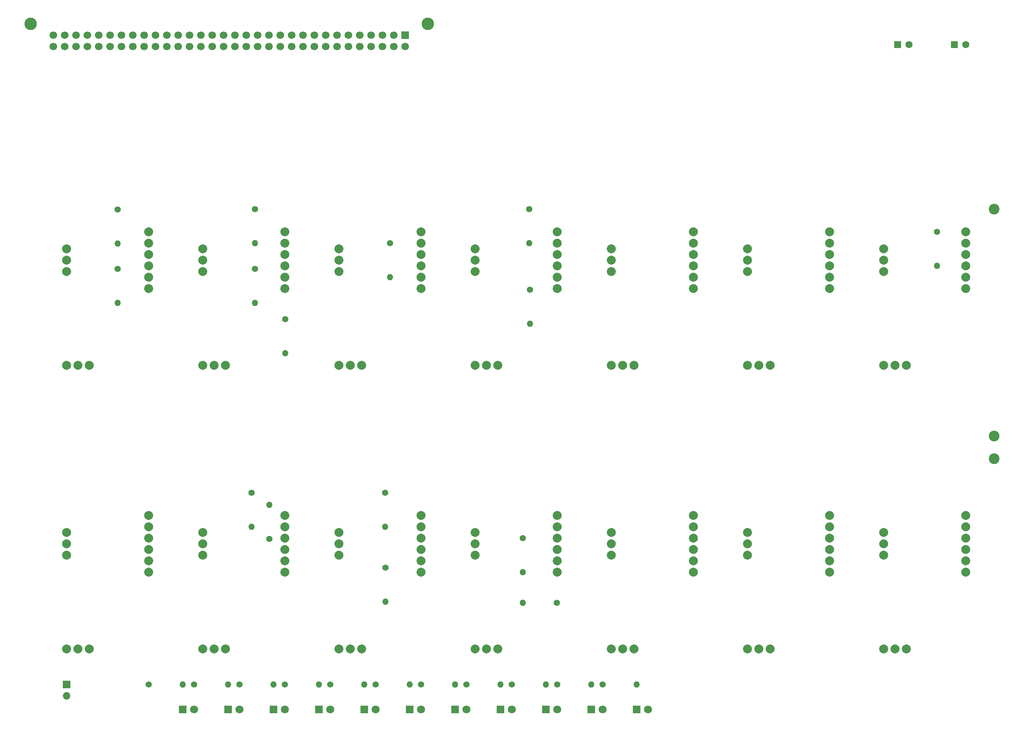
<source format=gbr>
G04 #@! TF.GenerationSoftware,KiCad,Pcbnew,(5.0.0)*
G04 #@! TF.CreationDate,2019-03-30T18:13:55+00:00*
G04 #@! TF.ProjectId,A-FA,412D46412E6B696361645F7063620000,rev?*
G04 #@! TF.SameCoordinates,Original*
G04 #@! TF.FileFunction,Soldermask,Top*
G04 #@! TF.FilePolarity,Negative*
%FSLAX46Y46*%
G04 Gerber Fmt 4.6, Leading zero omitted, Abs format (unit mm)*
G04 Created by KiCad (PCBNEW (5.0.0)) date 03/30/19 18:13:55*
%MOMM*%
%LPD*%
G01*
G04 APERTURE LIST*
%ADD10C,2.000000*%
%ADD11C,1.400000*%
%ADD12O,1.400000X1.400000*%
%ADD13C,1.600000*%
%ADD14R,1.600000X1.600000*%
%ADD15C,2.800000*%
%ADD16C,1.700000*%
%ADD17R,1.700000X1.700000*%
%ADD18C,1.800000*%
%ADD19R,1.800000X1.800000*%
%ADD20O,1.700000X1.700000*%
%ADD21C,2.400000*%
G04 APERTURE END LIST*
D10*
G04 #@! TO.C,U8*
X225425000Y-78740000D03*
X225425000Y-81280000D03*
X225425000Y-83820000D03*
X243840000Y-74930000D03*
X243840000Y-77470000D03*
X243840000Y-80010000D03*
X243840000Y-82550000D03*
X243840000Y-85090000D03*
X243840000Y-87630000D03*
X230505000Y-104775000D03*
X227965000Y-104775000D03*
X225425000Y-104775000D03*
G04 #@! TD*
G04 #@! TO.C,U1*
X225425000Y-142240000D03*
X225425000Y-144780000D03*
X225425000Y-147320000D03*
X243840000Y-138430000D03*
X243840000Y-140970000D03*
X243840000Y-143510000D03*
X243840000Y-146050000D03*
X243840000Y-148590000D03*
X243840000Y-151130000D03*
X230505000Y-168275000D03*
X227965000Y-168275000D03*
X225425000Y-168275000D03*
G04 #@! TD*
G04 #@! TO.C,U12*
X103505000Y-78740000D03*
X103505000Y-81280000D03*
X103505000Y-83820000D03*
X121920000Y-74930000D03*
X121920000Y-77470000D03*
X121920000Y-80010000D03*
X121920000Y-82550000D03*
X121920000Y-85090000D03*
X121920000Y-87630000D03*
X108585000Y-104775000D03*
X106045000Y-104775000D03*
X103505000Y-104775000D03*
G04 #@! TD*
G04 #@! TO.C,U11*
X133985000Y-78740000D03*
X133985000Y-81280000D03*
X133985000Y-83820000D03*
X152400000Y-74930000D03*
X152400000Y-77470000D03*
X152400000Y-80010000D03*
X152400000Y-82550000D03*
X152400000Y-85090000D03*
X152400000Y-87630000D03*
X139065000Y-104775000D03*
X136525000Y-104775000D03*
X133985000Y-104775000D03*
G04 #@! TD*
G04 #@! TO.C,U14*
X42545000Y-78740000D03*
X42545000Y-81280000D03*
X42545000Y-83820000D03*
X60960000Y-74930000D03*
X60960000Y-77470000D03*
X60960000Y-80010000D03*
X60960000Y-82550000D03*
X60960000Y-85090000D03*
X60960000Y-87630000D03*
X47625000Y-104775000D03*
X45085000Y-104775000D03*
X42545000Y-104775000D03*
G04 #@! TD*
G04 #@! TO.C,U13*
X73025000Y-78740000D03*
X73025000Y-81280000D03*
X73025000Y-83820000D03*
X91440000Y-74930000D03*
X91440000Y-77470000D03*
X91440000Y-80010000D03*
X91440000Y-82550000D03*
X91440000Y-85090000D03*
X91440000Y-87630000D03*
X78105000Y-104775000D03*
X75565000Y-104775000D03*
X73025000Y-104775000D03*
G04 #@! TD*
D11*
G04 #@! TO.C,R3*
X237426000Y-74866500D03*
D12*
X237426000Y-82486500D03*
G04 #@! TD*
D11*
G04 #@! TO.C,R4*
X146114000Y-69850000D03*
D12*
X146114000Y-77470000D03*
G04 #@! TD*
D11*
G04 #@! TO.C,R5*
X84010500Y-133350000D03*
D12*
X84010500Y-140970000D03*
G04 #@! TD*
D11*
G04 #@! TO.C,R6*
X113856000Y-133350000D03*
D12*
X113856000Y-140970000D03*
G04 #@! TD*
D11*
G04 #@! TO.C,R7*
X84772500Y-69786500D03*
D12*
X84772500Y-77406500D03*
G04 #@! TD*
D11*
G04 #@! TO.C,R8*
X53975000Y-69913500D03*
D12*
X53975000Y-77533500D03*
G04 #@! TD*
D11*
G04 #@! TO.C,R9*
X114998000Y-77470000D03*
D12*
X114998000Y-85090000D03*
G04 #@! TD*
D11*
G04 #@! TO.C,R10*
X146304000Y-87820500D03*
D12*
X146304000Y-95440500D03*
G04 #@! TD*
D11*
G04 #@! TO.C,R11*
X152273000Y-157924000D03*
D12*
X144653000Y-157924000D03*
G04 #@! TD*
D11*
G04 #@! TO.C,R12*
X113919000Y-150050000D03*
D12*
X113919000Y-157670000D03*
G04 #@! TD*
D11*
G04 #@! TO.C,R13*
X84772500Y-83185000D03*
D12*
X84772500Y-90805000D03*
G04 #@! TD*
D11*
G04 #@! TO.C,R14*
X144716000Y-143510000D03*
D12*
X144716000Y-151130000D03*
G04 #@! TD*
D11*
G04 #@! TO.C,R15*
X87947500Y-143637000D03*
D12*
X87947500Y-136017000D03*
G04 #@! TD*
D11*
G04 #@! TO.C,R16*
X53975000Y-83185000D03*
D12*
X53975000Y-90805000D03*
G04 #@! TD*
D11*
G04 #@! TO.C,R17*
X91503500Y-94488000D03*
D12*
X91503500Y-102108000D03*
G04 #@! TD*
D10*
G04 #@! TO.C,U2*
X194945000Y-142240000D03*
X194945000Y-144780000D03*
X194945000Y-147320000D03*
X213360000Y-138430000D03*
X213360000Y-140970000D03*
X213360000Y-143510000D03*
X213360000Y-146050000D03*
X213360000Y-148590000D03*
X213360000Y-151130000D03*
X200025000Y-168275000D03*
X197485000Y-168275000D03*
X194945000Y-168275000D03*
G04 #@! TD*
G04 #@! TO.C,U3*
X164465000Y-142240000D03*
X164465000Y-144780000D03*
X164465000Y-147320000D03*
X182880000Y-138430000D03*
X182880000Y-140970000D03*
X182880000Y-143510000D03*
X182880000Y-146050000D03*
X182880000Y-148590000D03*
X182880000Y-151130000D03*
X169545000Y-168275000D03*
X167005000Y-168275000D03*
X164465000Y-168275000D03*
G04 #@! TD*
G04 #@! TO.C,U4*
X133985000Y-142240000D03*
X133985000Y-144780000D03*
X133985000Y-147320000D03*
X152400000Y-138430000D03*
X152400000Y-140970000D03*
X152400000Y-143510000D03*
X152400000Y-146050000D03*
X152400000Y-148590000D03*
X152400000Y-151130000D03*
X139065000Y-168275000D03*
X136525000Y-168275000D03*
X133985000Y-168275000D03*
G04 #@! TD*
G04 #@! TO.C,U5*
X103505000Y-142240000D03*
X103505000Y-144780000D03*
X103505000Y-147320000D03*
X121920000Y-138430000D03*
X121920000Y-140970000D03*
X121920000Y-143510000D03*
X121920000Y-146050000D03*
X121920000Y-148590000D03*
X121920000Y-151130000D03*
X108585000Y-168275000D03*
X106045000Y-168275000D03*
X103505000Y-168275000D03*
G04 #@! TD*
G04 #@! TO.C,U6*
X73025000Y-142240000D03*
X73025000Y-144780000D03*
X73025000Y-147320000D03*
X91440000Y-138430000D03*
X91440000Y-140970000D03*
X91440000Y-143510000D03*
X91440000Y-146050000D03*
X91440000Y-148590000D03*
X91440000Y-151130000D03*
X78105000Y-168275000D03*
X75565000Y-168275000D03*
X73025000Y-168275000D03*
G04 #@! TD*
G04 #@! TO.C,U7*
X42545000Y-142240000D03*
X42545000Y-144780000D03*
X42545000Y-147320000D03*
X60960000Y-138430000D03*
X60960000Y-140970000D03*
X60960000Y-143510000D03*
X60960000Y-146050000D03*
X60960000Y-148590000D03*
X60960000Y-151130000D03*
X47625000Y-168275000D03*
X45085000Y-168275000D03*
X42545000Y-168275000D03*
G04 #@! TD*
G04 #@! TO.C,U9*
X194945000Y-78740000D03*
X194945000Y-81280000D03*
X194945000Y-83820000D03*
X213360000Y-74930000D03*
X213360000Y-77470000D03*
X213360000Y-80010000D03*
X213360000Y-82550000D03*
X213360000Y-85090000D03*
X213360000Y-87630000D03*
X200025000Y-104775000D03*
X197485000Y-104775000D03*
X194945000Y-104775000D03*
G04 #@! TD*
G04 #@! TO.C,U10*
X164465000Y-78740000D03*
X164465000Y-81280000D03*
X164465000Y-83820000D03*
X182880000Y-74930000D03*
X182880000Y-77470000D03*
X182880000Y-80010000D03*
X182880000Y-82550000D03*
X182880000Y-85090000D03*
X182880000Y-87630000D03*
X169545000Y-104775000D03*
X167005000Y-104775000D03*
X164465000Y-104775000D03*
G04 #@! TD*
D13*
G04 #@! TO.C,C1*
X243800000Y-33020000D03*
D14*
X241300000Y-33020000D03*
G04 #@! TD*
D13*
G04 #@! TO.C,C2*
X231100000Y-33020000D03*
D14*
X228600000Y-33020000D03*
G04 #@! TD*
D15*
G04 #@! TO.C,J1*
X34525000Y-28321000D03*
X123425000Y-28321000D03*
D16*
X39605000Y-33401000D03*
X39605000Y-30861000D03*
X42145000Y-33401000D03*
X42145000Y-30861000D03*
X44685000Y-33401000D03*
X44685000Y-30861000D03*
X47225000Y-33401000D03*
X47225000Y-30861000D03*
X49765000Y-33401000D03*
X49765000Y-30861000D03*
X52305000Y-33401000D03*
X52305000Y-30861000D03*
X54845000Y-33401000D03*
X54845000Y-30861000D03*
X57385000Y-33401000D03*
X57385000Y-30861000D03*
X59925000Y-33401000D03*
X59925000Y-30861000D03*
X62465000Y-33401000D03*
X62465000Y-30861000D03*
X65005000Y-33401000D03*
X65005000Y-30861000D03*
X67545000Y-33401000D03*
X67545000Y-30861000D03*
X70085000Y-33401000D03*
X70085000Y-30861000D03*
X72625000Y-33401000D03*
X72625000Y-30861000D03*
X75165000Y-33401000D03*
X75165000Y-30861000D03*
X77705000Y-33401000D03*
X77705000Y-30861000D03*
X80245000Y-33401000D03*
X80245000Y-30861000D03*
X82785000Y-33401000D03*
X82785000Y-30861000D03*
X85325000Y-33401000D03*
X85325000Y-30861000D03*
X87865000Y-33401000D03*
X87865000Y-30861000D03*
X90405000Y-33401000D03*
X90405000Y-30861000D03*
X92945000Y-33401000D03*
X92945000Y-30861000D03*
X95485000Y-33401000D03*
X95485000Y-30861000D03*
X98025000Y-33401000D03*
X98025000Y-30861000D03*
X100565000Y-33401000D03*
X100565000Y-30861000D03*
X103105000Y-33401000D03*
X103105000Y-30861000D03*
X105645000Y-33401000D03*
X105645000Y-30861000D03*
X108185000Y-33401000D03*
X108185000Y-30861000D03*
X110725000Y-33401000D03*
X110725000Y-30861000D03*
X113265000Y-33401000D03*
X113265000Y-30861000D03*
X115805000Y-33401000D03*
X115805000Y-30861000D03*
X118345000Y-33401000D03*
D17*
X118345000Y-30861000D03*
G04 #@! TD*
D11*
G04 #@! TO.C,R51*
X162560000Y-176276000D03*
D12*
X170180000Y-176276000D03*
G04 #@! TD*
D11*
G04 #@! TO.C,R52*
X152400000Y-176276000D03*
D12*
X160020000Y-176276000D03*
G04 #@! TD*
D11*
G04 #@! TO.C,R53*
X142240000Y-176276000D03*
D12*
X149860000Y-176276000D03*
G04 #@! TD*
D11*
G04 #@! TO.C,R54*
X132080000Y-176276000D03*
D12*
X139700000Y-176276000D03*
G04 #@! TD*
D11*
G04 #@! TO.C,R55*
X121920000Y-176276000D03*
D12*
X129540000Y-176276000D03*
G04 #@! TD*
D11*
G04 #@! TO.C,R56*
X111760000Y-176276000D03*
D12*
X119380000Y-176276000D03*
G04 #@! TD*
D11*
G04 #@! TO.C,R57*
X101600000Y-176276000D03*
D12*
X109220000Y-176276000D03*
G04 #@! TD*
D11*
G04 #@! TO.C,R58*
X91440000Y-176276000D03*
D12*
X99060000Y-176276000D03*
G04 #@! TD*
D11*
G04 #@! TO.C,R59*
X81280000Y-176276000D03*
D12*
X88900000Y-176276000D03*
G04 #@! TD*
D11*
G04 #@! TO.C,R60*
X71120000Y-176276000D03*
D12*
X78740000Y-176276000D03*
G04 #@! TD*
D11*
G04 #@! TO.C,R61*
X60960000Y-176276000D03*
D12*
X68580000Y-176276000D03*
G04 #@! TD*
D18*
G04 #@! TO.C,D1*
X172720000Y-181864000D03*
D19*
X170180000Y-181864000D03*
G04 #@! TD*
G04 #@! TO.C,D2*
X160020000Y-181864000D03*
D18*
X162560000Y-181864000D03*
G04 #@! TD*
D19*
G04 #@! TO.C,D3*
X149860000Y-181864000D03*
D18*
X152400000Y-181864000D03*
G04 #@! TD*
G04 #@! TO.C,D4*
X142240000Y-181864000D03*
D19*
X139700000Y-181864000D03*
G04 #@! TD*
G04 #@! TO.C,D5*
X129540000Y-181864000D03*
D18*
X132080000Y-181864000D03*
G04 #@! TD*
G04 #@! TO.C,D6*
X121920000Y-181864000D03*
D19*
X119380000Y-181864000D03*
G04 #@! TD*
G04 #@! TO.C,D7*
X109220000Y-181864000D03*
D18*
X111760000Y-181864000D03*
G04 #@! TD*
G04 #@! TO.C,D8*
X101600000Y-181864000D03*
D19*
X99060000Y-181864000D03*
G04 #@! TD*
G04 #@! TO.C,D9*
X88900000Y-181864000D03*
D18*
X91440000Y-181864000D03*
G04 #@! TD*
D19*
G04 #@! TO.C,D10*
X78740000Y-181864000D03*
D18*
X81280000Y-181864000D03*
G04 #@! TD*
G04 #@! TO.C,D11*
X71120000Y-181864000D03*
D19*
X68580000Y-181864000D03*
G04 #@! TD*
D17*
G04 #@! TO.C,J2*
X42608500Y-176276000D03*
D20*
X42608500Y-178816000D03*
G04 #@! TD*
D21*
G04 #@! TO.C,TP1*
X250190000Y-120650000D03*
G04 #@! TD*
G04 #@! TO.C,TP2*
X250190000Y-69850000D03*
G04 #@! TD*
G04 #@! TO.C,TP3*
X250190000Y-125730000D03*
G04 #@! TD*
M02*

</source>
